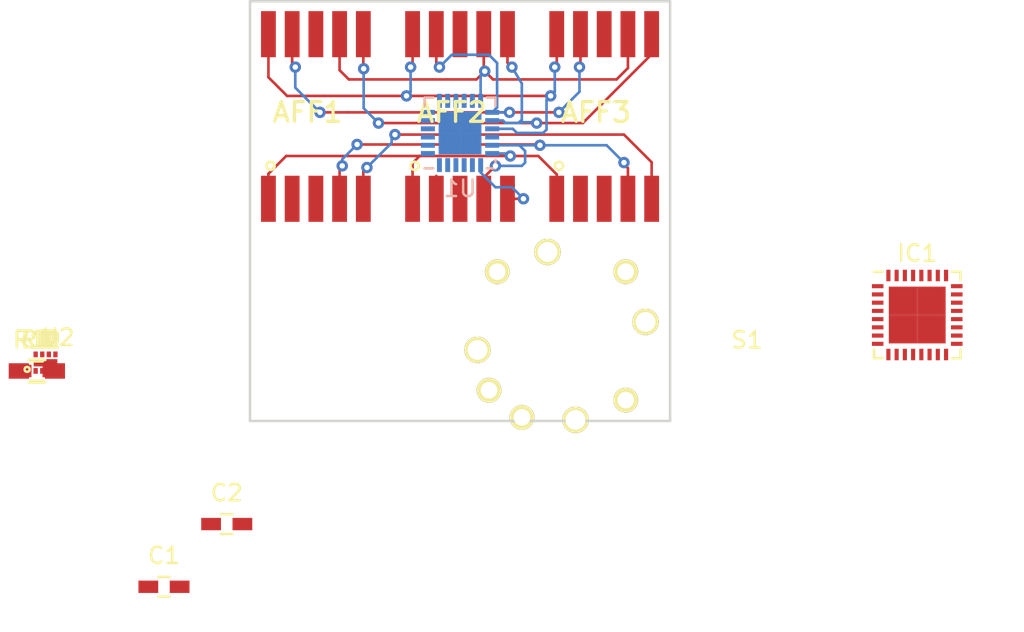
<source format=kicad_pcb>
(kicad_pcb (version 4) (host pcbnew "(2015-10-23 BZR 6276)-product")

  (general
    (links 84)
    (no_connects 43)
    (area 149.924999 79.924999 175.575001 105.575001)
    (thickness 1.6)
    (drawings 4)
    (tracks 142)
    (zones 0)
    (modules 27)
    (nets 27)
  )

  (page A4)
  (layers
    (0 F.Cu signal)
    (31 B.Cu signal)
    (32 B.Adhes user)
    (33 F.Adhes user)
    (34 B.Paste user)
    (35 F.Paste user)
    (36 B.SilkS user)
    (37 F.SilkS user)
    (38 B.Mask user)
    (39 F.Mask user)
    (40 Dwgs.User user)
    (41 Cmts.User user)
    (42 Eco1.User user)
    (43 Eco2.User user)
    (44 Edge.Cuts user)
    (45 Margin user)
    (46 B.CrtYd user)
    (47 F.CrtYd user)
    (48 B.Fab user)
    (49 F.Fab user)
  )

  (setup
    (last_trace_width 0.16)
    (trace_clearance 0.1524)
    (zone_clearance 0.508)
    (zone_45_only no)
    (trace_min 0.1524)
    (segment_width 0.2)
    (edge_width 0.15)
    (via_size 0.69)
    (via_drill 0.331)
    (via_min_size 0.69)
    (via_min_drill 0.331)
    (uvia_size 0.3)
    (uvia_drill 0.1)
    (uvias_allowed no)
    (uvia_min_size 0.2)
    (uvia_min_drill 0.1)
    (pcb_text_width 0.3)
    (pcb_text_size 1.5 1.5)
    (mod_edge_width 0.15)
    (mod_text_size 1 1)
    (mod_text_width 0.15)
    (pad_size 1.524 1.524)
    (pad_drill 0.762)
    (pad_to_mask_clearance 0.2)
    (aux_axis_origin 0 0)
    (visible_elements FFFFFF7F)
    (pcbplotparams
      (layerselection 0x00030_80000001)
      (usegerberextensions false)
      (excludeedgelayer true)
      (linewidth 0.100000)
      (plotframeref false)
      (viasonmask false)
      (mode 1)
      (useauxorigin false)
      (hpglpennumber 1)
      (hpglpenspeed 20)
      (hpglpendiameter 15)
      (hpglpenoverlay 2)
      (psnegative false)
      (psa4output false)
      (plotreference true)
      (plotvalue true)
      (plotinvisibletext false)
      (padsonsilk false)
      (subtractmaskfromsilk false)
      (outputformat 1)
      (mirror false)
      (drillshape 1)
      (scaleselection 1)
      (outputdirectory ""))
  )

  (net 0 "")
  (net 1 /a5)
  (net 2 /a4)
  (net 3 "Net-(AFF1-Pad3)")
  (net 4 /a3)
  (net 5 /a8)
  (net 6 /a7)
  (net 7 /a6)
  (net 8 /a1)
  (net 9 /a2)
  (net 10 "Net-(AFF2-Pad3)")
  (net 11 "Net-(AFF3-Pad3)")
  (net 12 /SW1)
  (net 13 GND)
  (net 14 /ROTA)
  (net 15 VCC)
  (net 16 /ROTB)
  (net 17 "Net-(IC1-Pad8)")
  (net 18 "Net-(IC1-Pad15)")
  (net 19 "Net-(IC1-Pad16)")
  (net 20 "Net-(R2-Pad1)")
  (net 21 "Net-(R4-Pad1)")
  (net 22 "Net-(R6-Pad2)")
  (net 23 "Net-(R10-Pad1)")
  (net 24 "Net-(R11-Pad1)")
  (net 25 "Net-(R12-Pad1)")
  (net 26 "Net-(U2-Pad6)")

  (net_class Default "This is the default net class."
    (clearance 0.1524)
    (trace_width 0.16)
    (via_dia 0.69)
    (via_drill 0.331)
    (uvia_dia 0.3)
    (uvia_drill 0.1)
    (add_net /ROTA)
    (add_net /ROTB)
    (add_net /SW1)
    (add_net /a1)
    (add_net /a2)
    (add_net /a3)
    (add_net /a4)
    (add_net /a5)
    (add_net /a6)
    (add_net /a7)
    (add_net /a8)
    (add_net GND)
    (add_net "Net-(AFF1-Pad3)")
    (add_net "Net-(AFF2-Pad3)")
    (add_net "Net-(AFF3-Pad3)")
    (add_net "Net-(IC1-Pad15)")
    (add_net "Net-(IC1-Pad16)")
    (add_net "Net-(IC1-Pad8)")
    (add_net "Net-(R10-Pad1)")
    (add_net "Net-(R11-Pad1)")
    (add_net "Net-(R12-Pad1)")
    (add_net "Net-(R2-Pad1)")
    (add_net "Net-(R4-Pad1)")
    (add_net "Net-(R6-Pad2)")
    (add_net "Net-(U2-Pad6)")
    (add_net VCC)
  )

  (module footprints:7SEG_3.3x5.08 (layer F.Cu) (tedit 562D2518) (tstamp 562D252F)
    (at 154 87 90)
    (path /562C4700)
    (fp_text reference AFF1 (at 0.25 -0.5 180) (layer F.SilkS)
      (effects (font (size 1.2 1.2) (thickness 0.2)))
    )
    (fp_text value 7SEGMENTS (at 0 -5.03 90) (layer F.SilkS) hide
      (effects (font (size 1.2 1.2) (thickness 0.2)))
    )
    (fp_circle (center -3 -2.75) (end -2.75 -2.75) (layer F.SilkS) (width 0.15))
    (pad 1 smd rect (at -5 -2.88 90) (size 2.8 0.9) (layers F.Cu F.Paste F.Mask)
      (net 1 /a5))
    (pad 2 smd rect (at -5 -1.44 90) (size 2.8 0.9) (layers F.Cu F.Paste F.Mask)
      (net 2 /a4))
    (pad 3 smd rect (at -5 0 90) (size 2.8 0.9) (layers F.Cu F.Paste F.Mask)
      (net 3 "Net-(AFF1-Pad3)"))
    (pad 4 smd rect (at -5 1.44 90) (size 2.8 0.9) (layers F.Cu F.Paste F.Mask)
      (net 4 /a3))
    (pad 5 smd rect (at -5 2.88 90) (size 2.8 0.9) (layers F.Cu F.Paste F.Mask)
      (net 5 /a8))
    (pad 10 smd rect (at 5 -2.88 90) (size 2.8 0.9) (layers F.Cu F.Paste F.Mask)
      (net 6 /a7))
    (pad 9 smd rect (at 5 -1.44 90) (size 2.8 0.9) (layers F.Cu F.Paste F.Mask)
      (net 7 /a6))
    (pad 8 smd rect (at 5 0 90) (size 2.8 0.9) (layers F.Cu F.Paste F.Mask)
      (net 3 "Net-(AFF1-Pad3)"))
    (pad 7 smd rect (at 5 1.44 90) (size 2.8 0.9) (layers F.Cu F.Paste F.Mask)
      (net 8 /a1))
    (pad 6 smd rect (at 5 2.88 90) (size 2.8 0.9) (layers F.Cu F.Paste F.Mask)
      (net 9 /a2))
  )

  (module footprints:7SEG_3.3x5.08 (layer F.Cu) (tedit 562D2529) (tstamp 562D253E)
    (at 162.75 87 90)
    (path /562C4732)
    (fp_text reference AFF2 (at 0.25 -0.5 180) (layer F.SilkS)
      (effects (font (size 1.2 1.2) (thickness 0.2)))
    )
    (fp_text value 7SEGMENTS (at 0 -5.03 90) (layer F.SilkS) hide
      (effects (font (size 1.2 1.2) (thickness 0.2)))
    )
    (fp_circle (center -3 -2.75) (end -2.75 -2.75) (layer F.SilkS) (width 0.15))
    (pad 1 smd rect (at -5 -2.88 90) (size 2.8 0.9) (layers F.Cu F.Paste F.Mask)
      (net 1 /a5))
    (pad 2 smd rect (at -5 -1.44 90) (size 2.8 0.9) (layers F.Cu F.Paste F.Mask)
      (net 2 /a4))
    (pad 3 smd rect (at -5 0 90) (size 2.8 0.9) (layers F.Cu F.Paste F.Mask)
      (net 10 "Net-(AFF2-Pad3)"))
    (pad 4 smd rect (at -5 1.44 90) (size 2.8 0.9) (layers F.Cu F.Paste F.Mask)
      (net 4 /a3))
    (pad 5 smd rect (at -5 2.88 90) (size 2.8 0.9) (layers F.Cu F.Paste F.Mask)
      (net 5 /a8))
    (pad 10 smd rect (at 5 -2.88 90) (size 2.8 0.9) (layers F.Cu F.Paste F.Mask)
      (net 6 /a7))
    (pad 9 smd rect (at 5 -1.44 90) (size 2.8 0.9) (layers F.Cu F.Paste F.Mask)
      (net 7 /a6))
    (pad 8 smd rect (at 5 0 90) (size 2.8 0.9) (layers F.Cu F.Paste F.Mask)
      (net 10 "Net-(AFF2-Pad3)"))
    (pad 7 smd rect (at 5 1.44 90) (size 2.8 0.9) (layers F.Cu F.Paste F.Mask)
      (net 8 /a1))
    (pad 6 smd rect (at 5 2.88 90) (size 2.8 0.9) (layers F.Cu F.Paste F.Mask)
      (net 9 /a2))
  )

  (module footprints:7SEG_3.3x5.08 (layer F.Cu) (tedit 562D2534) (tstamp 562D254D)
    (at 171.5 87 90)
    (path /562C477B)
    (fp_text reference AFF3 (at 0.25 -0.5 180) (layer F.SilkS)
      (effects (font (size 1.2 1.2) (thickness 0.2)))
    )
    (fp_text value 7SEGMENTS (at 0 -5.03 90) (layer F.SilkS) hide
      (effects (font (size 1.2 1.2) (thickness 0.2)))
    )
    (fp_circle (center -3 -2.75) (end -2.75 -2.75) (layer F.SilkS) (width 0.15))
    (pad 1 smd rect (at -5 -2.88 90) (size 2.8 0.9) (layers F.Cu F.Paste F.Mask)
      (net 1 /a5))
    (pad 2 smd rect (at -5 -1.44 90) (size 2.8 0.9) (layers F.Cu F.Paste F.Mask)
      (net 2 /a4))
    (pad 3 smd rect (at -5 0 90) (size 2.8 0.9) (layers F.Cu F.Paste F.Mask)
      (net 11 "Net-(AFF3-Pad3)"))
    (pad 4 smd rect (at -5 1.44 90) (size 2.8 0.9) (layers F.Cu F.Paste F.Mask)
      (net 4 /a3))
    (pad 5 smd rect (at -5 2.88 90) (size 2.8 0.9) (layers F.Cu F.Paste F.Mask)
      (net 5 /a8))
    (pad 10 smd rect (at 5 -2.88 90) (size 2.8 0.9) (layers F.Cu F.Paste F.Mask)
      (net 6 /a7))
    (pad 9 smd rect (at 5 -1.44 90) (size 2.8 0.9) (layers F.Cu F.Paste F.Mask)
      (net 7 /a6))
    (pad 8 smd rect (at 5 0 90) (size 2.8 0.9) (layers F.Cu F.Paste F.Mask)
      (net 11 "Net-(AFF3-Pad3)"))
    (pad 7 smd rect (at 5 1.44 90) (size 2.8 0.9) (layers F.Cu F.Paste F.Mask)
      (net 8 /a1))
    (pad 6 smd rect (at 5 2.88 90) (size 2.8 0.9) (layers F.Cu F.Paste F.Mask)
      (net 9 /a2))
  )

  (module Capacitors_SMD:C_0603_HandSoldering (layer F.Cu) (tedit 541A9B4D) (tstamp 562D2559)
    (at 144.78 115.57)
    (descr "Capacitor SMD 0603, hand soldering")
    (tags "capacitor 0603")
    (path /562CA9C9)
    (attr smd)
    (fp_text reference C1 (at 0 -1.9) (layer F.SilkS)
      (effects (font (size 1 1) (thickness 0.15)))
    )
    (fp_text value 0.01u (at 0 1.9) (layer F.Fab)
      (effects (font (size 1 1) (thickness 0.15)))
    )
    (fp_line (start -1.85 -0.75) (end 1.85 -0.75) (layer F.CrtYd) (width 0.05))
    (fp_line (start -1.85 0.75) (end 1.85 0.75) (layer F.CrtYd) (width 0.05))
    (fp_line (start -1.85 -0.75) (end -1.85 0.75) (layer F.CrtYd) (width 0.05))
    (fp_line (start 1.85 -0.75) (end 1.85 0.75) (layer F.CrtYd) (width 0.05))
    (fp_line (start -0.35 -0.6) (end 0.35 -0.6) (layer F.SilkS) (width 0.15))
    (fp_line (start 0.35 0.6) (end -0.35 0.6) (layer F.SilkS) (width 0.15))
    (pad 1 smd rect (at -0.95 0) (size 1.2 0.75) (layers F.Cu F.Paste F.Mask)
      (net 12 /SW1))
    (pad 2 smd rect (at 0.95 0) (size 1.2 0.75) (layers F.Cu F.Paste F.Mask)
      (net 13 GND))
    (model Capacitors_SMD.3dshapes/C_0603_HandSoldering.wrl
      (at (xyz 0 0 0))
      (scale (xyz 1 1 1))
      (rotate (xyz 0 0 0))
    )
  )

  (module Capacitors_SMD:C_0603_HandSoldering (layer F.Cu) (tedit 541A9B4D) (tstamp 562D2565)
    (at 148.59 111.76)
    (descr "Capacitor SMD 0603, hand soldering")
    (tags "capacitor 0603")
    (path /562CA223)
    (attr smd)
    (fp_text reference C2 (at 0 -1.9) (layer F.SilkS)
      (effects (font (size 1 1) (thickness 0.15)))
    )
    (fp_text value 0.01u (at 0 1.9) (layer F.Fab)
      (effects (font (size 1 1) (thickness 0.15)))
    )
    (fp_line (start -1.85 -0.75) (end 1.85 -0.75) (layer F.CrtYd) (width 0.05))
    (fp_line (start -1.85 0.75) (end 1.85 0.75) (layer F.CrtYd) (width 0.05))
    (fp_line (start -1.85 -0.75) (end -1.85 0.75) (layer F.CrtYd) (width 0.05))
    (fp_line (start 1.85 -0.75) (end 1.85 0.75) (layer F.CrtYd) (width 0.05))
    (fp_line (start -0.35 -0.6) (end 0.35 -0.6) (layer F.SilkS) (width 0.15))
    (fp_line (start 0.35 0.6) (end -0.35 0.6) (layer F.SilkS) (width 0.15))
    (pad 1 smd rect (at -0.95 0) (size 1.2 0.75) (layers F.Cu F.Paste F.Mask)
      (net 14 /ROTA))
    (pad 2 smd rect (at 0.95 0) (size 1.2 0.75) (layers F.Cu F.Paste F.Mask)
      (net 13 GND))
    (model Capacitors_SMD.3dshapes/C_0603_HandSoldering.wrl
      (at (xyz 0 0 0))
      (scale (xyz 1 1 1))
      (rotate (xyz 0 0 0))
    )
  )

  (module Capacitors_SMD:C_0603_HandSoldering (layer F.Cu) (tedit 541A9B4D) (tstamp 562D2571)
    (at 137.0711 102.4636)
    (descr "Capacitor SMD 0603, hand soldering")
    (tags "capacitor 0603")
    (path /562C7A7B)
    (attr smd)
    (fp_text reference C3 (at 0 -1.9) (layer F.SilkS)
      (effects (font (size 1 1) (thickness 0.15)))
    )
    (fp_text value 0.1u (at 0 1.9) (layer F.Fab)
      (effects (font (size 1 1) (thickness 0.15)))
    )
    (fp_line (start -1.85 -0.75) (end 1.85 -0.75) (layer F.CrtYd) (width 0.05))
    (fp_line (start -1.85 0.75) (end 1.85 0.75) (layer F.CrtYd) (width 0.05))
    (fp_line (start -1.85 -0.75) (end -1.85 0.75) (layer F.CrtYd) (width 0.05))
    (fp_line (start 1.85 -0.75) (end 1.85 0.75) (layer F.CrtYd) (width 0.05))
    (fp_line (start -0.35 -0.6) (end 0.35 -0.6) (layer F.SilkS) (width 0.15))
    (fp_line (start 0.35 0.6) (end -0.35 0.6) (layer F.SilkS) (width 0.15))
    (pad 1 smd rect (at -0.95 0) (size 1.2 0.75) (layers F.Cu F.Paste F.Mask)
      (net 15 VCC))
    (pad 2 smd rect (at 0.95 0) (size 1.2 0.75) (layers F.Cu F.Paste F.Mask)
      (net 13 GND))
    (model Capacitors_SMD.3dshapes/C_0603_HandSoldering.wrl
      (at (xyz 0 0 0))
      (scale (xyz 1 1 1))
      (rotate (xyz 0 0 0))
    )
  )

  (module Capacitors_SMD:C_0603_HandSoldering (layer F.Cu) (tedit 541A9B4D) (tstamp 562D257D)
    (at 137.0711 102.4636)
    (descr "Capacitor SMD 0603, hand soldering")
    (tags "capacitor 0603")
    (path /562C7AF8)
    (attr smd)
    (fp_text reference C4 (at 0 -1.9) (layer F.SilkS)
      (effects (font (size 1 1) (thickness 0.15)))
    )
    (fp_text value 10u (at 0 1.9) (layer F.Fab)
      (effects (font (size 1 1) (thickness 0.15)))
    )
    (fp_line (start -1.85 -0.75) (end 1.85 -0.75) (layer F.CrtYd) (width 0.05))
    (fp_line (start -1.85 0.75) (end 1.85 0.75) (layer F.CrtYd) (width 0.05))
    (fp_line (start -1.85 -0.75) (end -1.85 0.75) (layer F.CrtYd) (width 0.05))
    (fp_line (start 1.85 -0.75) (end 1.85 0.75) (layer F.CrtYd) (width 0.05))
    (fp_line (start -0.35 -0.6) (end 0.35 -0.6) (layer F.SilkS) (width 0.15))
    (fp_line (start 0.35 0.6) (end -0.35 0.6) (layer F.SilkS) (width 0.15))
    (pad 1 smd rect (at -0.95 0) (size 1.2 0.75) (layers F.Cu F.Paste F.Mask)
      (net 15 VCC))
    (pad 2 smd rect (at 0.95 0) (size 1.2 0.75) (layers F.Cu F.Paste F.Mask)
      (net 13 GND))
    (model Capacitors_SMD.3dshapes/C_0603_HandSoldering.wrl
      (at (xyz 0 0 0))
      (scale (xyz 1 1 1))
      (rotate (xyz 0 0 0))
    )
  )

  (module Capacitors_SMD:C_0603_HandSoldering (layer F.Cu) (tedit 541A9B4D) (tstamp 562D2589)
    (at 137.0711 102.4636)
    (descr "Capacitor SMD 0603, hand soldering")
    (tags "capacitor 0603")
    (path /562CA266)
    (attr smd)
    (fp_text reference C5 (at 0 -1.9) (layer F.SilkS)
      (effects (font (size 1 1) (thickness 0.15)))
    )
    (fp_text value 0.01u (at 0 1.9) (layer F.Fab)
      (effects (font (size 1 1) (thickness 0.15)))
    )
    (fp_line (start -1.85 -0.75) (end 1.85 -0.75) (layer F.CrtYd) (width 0.05))
    (fp_line (start -1.85 0.75) (end 1.85 0.75) (layer F.CrtYd) (width 0.05))
    (fp_line (start -1.85 -0.75) (end -1.85 0.75) (layer F.CrtYd) (width 0.05))
    (fp_line (start 1.85 -0.75) (end 1.85 0.75) (layer F.CrtYd) (width 0.05))
    (fp_line (start -0.35 -0.6) (end 0.35 -0.6) (layer F.SilkS) (width 0.15))
    (fp_line (start 0.35 0.6) (end -0.35 0.6) (layer F.SilkS) (width 0.15))
    (pad 1 smd rect (at -0.95 0) (size 1.2 0.75) (layers F.Cu F.Paste F.Mask)
      (net 16 /ROTB))
    (pad 2 smd rect (at 0.95 0) (size 1.2 0.75) (layers F.Cu F.Paste F.Mask)
      (net 13 GND))
    (model Capacitors_SMD.3dshapes/C_0603_HandSoldering.wrl
      (at (xyz 0 0 0))
      (scale (xyz 1 1 1))
      (rotate (xyz 0 0 0))
    )
  )

  (module Capacitors_SMD:C_0603_HandSoldering (layer F.Cu) (tedit 541A9B4D) (tstamp 562D2595)
    (at 137.0711 102.4636)
    (descr "Capacitor SMD 0603, hand soldering")
    (tags "capacitor 0603")
    (path /562C671E)
    (attr smd)
    (fp_text reference C6 (at 0 -1.9) (layer F.SilkS)
      (effects (font (size 1 1) (thickness 0.15)))
    )
    (fp_text value 0.1u (at 0 1.9) (layer F.Fab)
      (effects (font (size 1 1) (thickness 0.15)))
    )
    (fp_line (start -1.85 -0.75) (end 1.85 -0.75) (layer F.CrtYd) (width 0.05))
    (fp_line (start -1.85 0.75) (end 1.85 0.75) (layer F.CrtYd) (width 0.05))
    (fp_line (start -1.85 -0.75) (end -1.85 0.75) (layer F.CrtYd) (width 0.05))
    (fp_line (start 1.85 -0.75) (end 1.85 0.75) (layer F.CrtYd) (width 0.05))
    (fp_line (start -0.35 -0.6) (end 0.35 -0.6) (layer F.SilkS) (width 0.15))
    (fp_line (start 0.35 0.6) (end -0.35 0.6) (layer F.SilkS) (width 0.15))
    (pad 1 smd rect (at -0.95 0) (size 1.2 0.75) (layers F.Cu F.Paste F.Mask)
      (net 13 GND))
    (pad 2 smd rect (at 0.95 0) (size 1.2 0.75) (layers F.Cu F.Paste F.Mask)
      (net 15 VCC))
    (model Capacitors_SMD.3dshapes/C_0603_HandSoldering.wrl
      (at (xyz 0 0 0))
      (scale (xyz 1 1 1))
      (rotate (xyz 0 0 0))
    )
  )

  (module Capacitors_SMD:C_0603_HandSoldering (layer F.Cu) (tedit 541A9B4D) (tstamp 562D25A1)
    (at 137.0711 102.4636)
    (descr "Capacitor SMD 0603, hand soldering")
    (tags "capacitor 0603")
    (path /562C677C)
    (attr smd)
    (fp_text reference C7 (at 0 -1.9) (layer F.SilkS)
      (effects (font (size 1 1) (thickness 0.15)))
    )
    (fp_text value 10u (at 0 1.9) (layer F.Fab)
      (effects (font (size 1 1) (thickness 0.15)))
    )
    (fp_line (start -1.85 -0.75) (end 1.85 -0.75) (layer F.CrtYd) (width 0.05))
    (fp_line (start -1.85 0.75) (end 1.85 0.75) (layer F.CrtYd) (width 0.05))
    (fp_line (start -1.85 -0.75) (end -1.85 0.75) (layer F.CrtYd) (width 0.05))
    (fp_line (start 1.85 -0.75) (end 1.85 0.75) (layer F.CrtYd) (width 0.05))
    (fp_line (start -0.35 -0.6) (end 0.35 -0.6) (layer F.SilkS) (width 0.15))
    (fp_line (start 0.35 0.6) (end -0.35 0.6) (layer F.SilkS) (width 0.15))
    (pad 1 smd rect (at -0.95 0) (size 1.2 0.75) (layers F.Cu F.Paste F.Mask)
      (net 13 GND))
    (pad 2 smd rect (at 0.95 0) (size 1.2 0.75) (layers F.Cu F.Paste F.Mask)
      (net 15 VCC))
    (model Capacitors_SMD.3dshapes/C_0603_HandSoldering.wrl
      (at (xyz 0 0 0))
      (scale (xyz 1 1 1))
      (rotate (xyz 0 0 0))
    )
  )

  (module Capacitors_SMD:C_0603_HandSoldering (layer F.Cu) (tedit 541A9B4D) (tstamp 562D25AD)
    (at 137.0711 102.4636)
    (descr "Capacitor SMD 0603, hand soldering")
    (tags "capacitor 0603")
    (path /562CC674)
    (attr smd)
    (fp_text reference C8 (at 0 -1.9) (layer F.SilkS)
      (effects (font (size 1 1) (thickness 0.15)))
    )
    (fp_text value 1u (at 0 1.9) (layer F.Fab)
      (effects (font (size 1 1) (thickness 0.15)))
    )
    (fp_line (start -1.85 -0.75) (end 1.85 -0.75) (layer F.CrtYd) (width 0.05))
    (fp_line (start -1.85 0.75) (end 1.85 0.75) (layer F.CrtYd) (width 0.05))
    (fp_line (start -1.85 -0.75) (end -1.85 0.75) (layer F.CrtYd) (width 0.05))
    (fp_line (start 1.85 -0.75) (end 1.85 0.75) (layer F.CrtYd) (width 0.05))
    (fp_line (start -0.35 -0.6) (end 0.35 -0.6) (layer F.SilkS) (width 0.15))
    (fp_line (start 0.35 0.6) (end -0.35 0.6) (layer F.SilkS) (width 0.15))
    (pad 1 smd rect (at -0.95 0) (size 1.2 0.75) (layers F.Cu F.Paste F.Mask)
      (net 15 VCC))
    (pad 2 smd rect (at 0.95 0) (size 1.2 0.75) (layers F.Cu F.Paste F.Mask)
      (net 13 GND))
    (model Capacitors_SMD.3dshapes/C_0603_HandSoldering.wrl
      (at (xyz 0 0 0))
      (scale (xyz 1 1 1))
      (rotate (xyz 0 0 0))
    )
  )

  (module Housings_DFN_QFN:QFN-32-1EP_5x5mm_Pitch0.5mm (layer F.Cu) (tedit 54130A77) (tstamp 562D25D5)
    (at 190.5 99.06)
    (descr "UH Package; 32-Lead Plastic QFN (5mm x 5mm); (see Linear Technology QFN_32_05-08-1693.pdf)")
    (tags "QFN 0.5")
    (path /562C3FC7)
    (attr smd)
    (fp_text reference IC1 (at 0 -3.75) (layer F.SilkS)
      (effects (font (size 1 1) (thickness 0.15)))
    )
    (fp_text value ATXMEGA8E5-MU (at 0 3.75) (layer F.Fab)
      (effects (font (size 1 1) (thickness 0.15)))
    )
    (fp_line (start -3 -3) (end -3 3) (layer F.CrtYd) (width 0.05))
    (fp_line (start 3 -3) (end 3 3) (layer F.CrtYd) (width 0.05))
    (fp_line (start -3 -3) (end 3 -3) (layer F.CrtYd) (width 0.05))
    (fp_line (start -3 3) (end 3 3) (layer F.CrtYd) (width 0.05))
    (fp_line (start 2.625 -2.625) (end 2.625 -2.1) (layer F.SilkS) (width 0.15))
    (fp_line (start -2.625 2.625) (end -2.625 2.1) (layer F.SilkS) (width 0.15))
    (fp_line (start 2.625 2.625) (end 2.625 2.1) (layer F.SilkS) (width 0.15))
    (fp_line (start -2.625 -2.625) (end -2.1 -2.625) (layer F.SilkS) (width 0.15))
    (fp_line (start -2.625 2.625) (end -2.1 2.625) (layer F.SilkS) (width 0.15))
    (fp_line (start 2.625 2.625) (end 2.1 2.625) (layer F.SilkS) (width 0.15))
    (fp_line (start 2.625 -2.625) (end 2.1 -2.625) (layer F.SilkS) (width 0.15))
    (pad 1 smd rect (at -2.4 -1.75) (size 0.7 0.25) (layers F.Cu F.Paste F.Mask)
      (net 13 GND))
    (pad 2 smd rect (at -2.4 -1.25) (size 0.7 0.25) (layers F.Cu F.Paste F.Mask))
    (pad 3 smd rect (at -2.4 -0.75) (size 0.7 0.25) (layers F.Cu F.Paste F.Mask))
    (pad 4 smd rect (at -2.4 -0.25) (size 0.7 0.25) (layers F.Cu F.Paste F.Mask))
    (pad 5 smd rect (at -2.4 0.25) (size 0.7 0.25) (layers F.Cu F.Paste F.Mask))
    (pad 6 smd rect (at -2.4 0.75) (size 0.7 0.25) (layers F.Cu F.Paste F.Mask))
    (pad 7 smd rect (at -2.4 1.25) (size 0.7 0.25) (layers F.Cu F.Paste F.Mask))
    (pad 8 smd rect (at -2.4 1.75) (size 0.7 0.25) (layers F.Cu F.Paste F.Mask)
      (net 17 "Net-(IC1-Pad8)"))
    (pad 9 smd rect (at -1.75 2.4 90) (size 0.7 0.25) (layers F.Cu F.Paste F.Mask))
    (pad 10 smd rect (at -1.25 2.4 90) (size 0.7 0.25) (layers F.Cu F.Paste F.Mask))
    (pad 11 smd rect (at -0.75 2.4 90) (size 0.7 0.25) (layers F.Cu F.Paste F.Mask))
    (pad 12 smd rect (at -0.25 2.4 90) (size 0.7 0.25) (layers F.Cu F.Paste F.Mask))
    (pad 13 smd rect (at 0.25 2.4 90) (size 0.7 0.25) (layers F.Cu F.Paste F.Mask))
    (pad 14 smd rect (at 0.75 2.4 90) (size 0.7 0.25) (layers F.Cu F.Paste F.Mask))
    (pad 15 smd rect (at 1.25 2.4 90) (size 0.7 0.25) (layers F.Cu F.Paste F.Mask)
      (net 18 "Net-(IC1-Pad15)"))
    (pad 16 smd rect (at 1.75 2.4 90) (size 0.7 0.25) (layers F.Cu F.Paste F.Mask)
      (net 19 "Net-(IC1-Pad16)"))
    (pad 17 smd rect (at 2.4 1.75) (size 0.7 0.25) (layers F.Cu F.Paste F.Mask)
      (net 15 VCC))
    (pad 18 smd rect (at 2.4 1.25) (size 0.7 0.25) (layers F.Cu F.Paste F.Mask)
      (net 13 GND))
    (pad 19 smd rect (at 2.4 0.75) (size 0.7 0.25) (layers F.Cu F.Paste F.Mask))
    (pad 20 smd rect (at 2.4 0.25) (size 0.7 0.25) (layers F.Cu F.Paste F.Mask))
    (pad 21 smd rect (at 2.4 -0.25) (size 0.7 0.25) (layers F.Cu F.Paste F.Mask))
    (pad 22 smd rect (at 2.4 -0.75) (size 0.7 0.25) (layers F.Cu F.Paste F.Mask))
    (pad 23 smd rect (at 2.4 -1.25) (size 0.7 0.25) (layers F.Cu F.Paste F.Mask))
    (pad 24 smd rect (at 2.4 -1.75) (size 0.7 0.25) (layers F.Cu F.Paste F.Mask))
    (pad 25 smd rect (at 1.75 -2.4 90) (size 0.7 0.25) (layers F.Cu F.Paste F.Mask))
    (pad 26 smd rect (at 1.25 -2.4 90) (size 0.7 0.25) (layers F.Cu F.Paste F.Mask)
      (net 12 /SW1))
    (pad 27 smd rect (at 0.75 -2.4 90) (size 0.7 0.25) (layers F.Cu F.Paste F.Mask)
      (net 16 /ROTB))
    (pad 28 smd rect (at 0.25 -2.4 90) (size 0.7 0.25) (layers F.Cu F.Paste F.Mask)
      (net 14 /ROTA))
    (pad 29 smd rect (at -0.25 -2.4 90) (size 0.7 0.25) (layers F.Cu F.Paste F.Mask))
    (pad 30 smd rect (at -0.75 -2.4 90) (size 0.7 0.25) (layers F.Cu F.Paste F.Mask))
    (pad 31 smd rect (at -1.25 -2.4 90) (size 0.7 0.25) (layers F.Cu F.Paste F.Mask))
    (pad 32 smd rect (at -1.75 -2.4 90) (size 0.7 0.25) (layers F.Cu F.Paste F.Mask)
      (net 15 VCC))
    (pad 33 smd rect (at 0.8625 0.8625) (size 1.725 1.725) (layers F.Cu F.Paste F.Mask)
      (solder_paste_margin_ratio -0.2))
    (pad 33 smd rect (at 0.8625 -0.8625) (size 1.725 1.725) (layers F.Cu F.Paste F.Mask)
      (solder_paste_margin_ratio -0.2))
    (pad 33 smd rect (at -0.8625 0.8625) (size 1.725 1.725) (layers F.Cu F.Paste F.Mask)
      (solder_paste_margin_ratio -0.2))
    (pad 33 smd rect (at -0.8625 -0.8625) (size 1.725 1.725) (layers F.Cu F.Paste F.Mask)
      (solder_paste_margin_ratio -0.2))
    (model Housings_DFN_QFN.3dshapes/QFN-32-1EP_5x5mm_Pitch0.5mm.wrl
      (at (xyz 0 0 0))
      (scale (xyz 1 1 1))
      (rotate (xyz 0 0 0))
    )
  )

  (module Resistors_SMD:R_0603_HandSoldering (layer F.Cu) (tedit 5418A00F) (tstamp 562D25DB)
    (at 137.0711 102.4636)
    (descr "Resistor SMD 0603, hand soldering")
    (tags "resistor 0603")
    (path /562C4255)
    (attr smd)
    (fp_text reference R1 (at 0 -1.9) (layer F.SilkS)
      (effects (font (size 1 1) (thickness 0.15)))
    )
    (fp_text value 10k (at 0 1.9) (layer F.Fab)
      (effects (font (size 1 1) (thickness 0.15)))
    )
    (fp_line (start -2 -0.8) (end 2 -0.8) (layer F.CrtYd) (width 0.05))
    (fp_line (start -2 0.8) (end 2 0.8) (layer F.CrtYd) (width 0.05))
    (fp_line (start -2 -0.8) (end -2 0.8) (layer F.CrtYd) (width 0.05))
    (fp_line (start 2 -0.8) (end 2 0.8) (layer F.CrtYd) (width 0.05))
    (fp_line (start 0.5 0.675) (end -0.5 0.675) (layer F.SilkS) (width 0.15))
    (fp_line (start -0.5 -0.675) (end 0.5 -0.675) (layer F.SilkS) (width 0.15))
    (pad 1 smd rect (at -1.1 0) (size 1.2 0.9) (layers F.Cu F.Paste F.Mask)
      (net 15 VCC))
    (pad 2 smd rect (at 1.1 0) (size 1.2 0.9) (layers F.Cu F.Paste F.Mask)
      (net 17 "Net-(IC1-Pad8)"))
    (model Resistors_SMD.3dshapes/R_0603_HandSoldering.wrl
      (at (xyz 0 0 0))
      (scale (xyz 1 1 1))
      (rotate (xyz 0 0 0))
    )
  )

  (module Resistors_SMD:R_0603_HandSoldering (layer F.Cu) (tedit 5418A00F) (tstamp 562D25E1)
    (at 137.0711 102.4636)
    (descr "Resistor SMD 0603, hand soldering")
    (tags "resistor 0603")
    (path /562CA95E)
    (attr smd)
    (fp_text reference R2 (at 0 -1.9) (layer F.SilkS)
      (effects (font (size 1 1) (thickness 0.15)))
    )
    (fp_text value 10k (at 0 1.9) (layer F.Fab)
      (effects (font (size 1 1) (thickness 0.15)))
    )
    (fp_line (start -2 -0.8) (end 2 -0.8) (layer F.CrtYd) (width 0.05))
    (fp_line (start -2 0.8) (end 2 0.8) (layer F.CrtYd) (width 0.05))
    (fp_line (start -2 -0.8) (end -2 0.8) (layer F.CrtYd) (width 0.05))
    (fp_line (start 2 -0.8) (end 2 0.8) (layer F.CrtYd) (width 0.05))
    (fp_line (start 0.5 0.675) (end -0.5 0.675) (layer F.SilkS) (width 0.15))
    (fp_line (start -0.5 -0.675) (end 0.5 -0.675) (layer F.SilkS) (width 0.15))
    (pad 1 smd rect (at -1.1 0) (size 1.2 0.9) (layers F.Cu F.Paste F.Mask)
      (net 20 "Net-(R2-Pad1)"))
    (pad 2 smd rect (at 1.1 0) (size 1.2 0.9) (layers F.Cu F.Paste F.Mask)
      (net 12 /SW1))
    (model Resistors_SMD.3dshapes/R_0603_HandSoldering.wrl
      (at (xyz 0 0 0))
      (scale (xyz 1 1 1))
      (rotate (xyz 0 0 0))
    )
  )

  (module Resistors_SMD:R_0603_HandSoldering (layer F.Cu) (tedit 5418A00F) (tstamp 562D25E7)
    (at 137.0711 102.4636)
    (descr "Resistor SMD 0603, hand soldering")
    (tags "resistor 0603")
    (path /562CA8E1)
    (attr smd)
    (fp_text reference R3 (at 0 -1.9) (layer F.SilkS)
      (effects (font (size 1 1) (thickness 0.15)))
    )
    (fp_text value 10k (at 0 1.9) (layer F.Fab)
      (effects (font (size 1 1) (thickness 0.15)))
    )
    (fp_line (start -2 -0.8) (end 2 -0.8) (layer F.CrtYd) (width 0.05))
    (fp_line (start -2 0.8) (end 2 0.8) (layer F.CrtYd) (width 0.05))
    (fp_line (start -2 -0.8) (end -2 0.8) (layer F.CrtYd) (width 0.05))
    (fp_line (start 2 -0.8) (end 2 0.8) (layer F.CrtYd) (width 0.05))
    (fp_line (start 0.5 0.675) (end -0.5 0.675) (layer F.SilkS) (width 0.15))
    (fp_line (start -0.5 -0.675) (end 0.5 -0.675) (layer F.SilkS) (width 0.15))
    (pad 1 smd rect (at -1.1 0) (size 1.2 0.9) (layers F.Cu F.Paste F.Mask)
      (net 20 "Net-(R2-Pad1)"))
    (pad 2 smd rect (at 1.1 0) (size 1.2 0.9) (layers F.Cu F.Paste F.Mask)
      (net 15 VCC))
    (model Resistors_SMD.3dshapes/R_0603_HandSoldering.wrl
      (at (xyz 0 0 0))
      (scale (xyz 1 1 1))
      (rotate (xyz 0 0 0))
    )
  )

  (module Resistors_SMD:R_0603_HandSoldering (layer F.Cu) (tedit 5418A00F) (tstamp 562D25ED)
    (at 137.0711 102.4636)
    (descr "Resistor SMD 0603, hand soldering")
    (tags "resistor 0603")
    (path /562CA12E)
    (attr smd)
    (fp_text reference R4 (at 0 -1.9) (layer F.SilkS)
      (effects (font (size 1 1) (thickness 0.15)))
    )
    (fp_text value 10k (at 0 1.9) (layer F.Fab)
      (effects (font (size 1 1) (thickness 0.15)))
    )
    (fp_line (start -2 -0.8) (end 2 -0.8) (layer F.CrtYd) (width 0.05))
    (fp_line (start -2 0.8) (end 2 0.8) (layer F.CrtYd) (width 0.05))
    (fp_line (start -2 -0.8) (end -2 0.8) (layer F.CrtYd) (width 0.05))
    (fp_line (start 2 -0.8) (end 2 0.8) (layer F.CrtYd) (width 0.05))
    (fp_line (start 0.5 0.675) (end -0.5 0.675) (layer F.SilkS) (width 0.15))
    (fp_line (start -0.5 -0.675) (end 0.5 -0.675) (layer F.SilkS) (width 0.15))
    (pad 1 smd rect (at -1.1 0) (size 1.2 0.9) (layers F.Cu F.Paste F.Mask)
      (net 21 "Net-(R4-Pad1)"))
    (pad 2 smd rect (at 1.1 0) (size 1.2 0.9) (layers F.Cu F.Paste F.Mask)
      (net 14 /ROTA))
    (model Resistors_SMD.3dshapes/R_0603_HandSoldering.wrl
      (at (xyz 0 0 0))
      (scale (xyz 1 1 1))
      (rotate (xyz 0 0 0))
    )
  )

  (module Resistors_SMD:R_0603_HandSoldering (layer F.Cu) (tedit 5418A00F) (tstamp 562D25F3)
    (at 137.0711 102.4636)
    (descr "Resistor SMD 0603, hand soldering")
    (tags "resistor 0603")
    (path /562CA032)
    (attr smd)
    (fp_text reference R5 (at 0 -1.9) (layer F.SilkS)
      (effects (font (size 1 1) (thickness 0.15)))
    )
    (fp_text value 10k (at 0 1.9) (layer F.Fab)
      (effects (font (size 1 1) (thickness 0.15)))
    )
    (fp_line (start -2 -0.8) (end 2 -0.8) (layer F.CrtYd) (width 0.05))
    (fp_line (start -2 0.8) (end 2 0.8) (layer F.CrtYd) (width 0.05))
    (fp_line (start -2 -0.8) (end -2 0.8) (layer F.CrtYd) (width 0.05))
    (fp_line (start 2 -0.8) (end 2 0.8) (layer F.CrtYd) (width 0.05))
    (fp_line (start 0.5 0.675) (end -0.5 0.675) (layer F.SilkS) (width 0.15))
    (fp_line (start -0.5 -0.675) (end 0.5 -0.675) (layer F.SilkS) (width 0.15))
    (pad 1 smd rect (at -1.1 0) (size 1.2 0.9) (layers F.Cu F.Paste F.Mask)
      (net 21 "Net-(R4-Pad1)"))
    (pad 2 smd rect (at 1.1 0) (size 1.2 0.9) (layers F.Cu F.Paste F.Mask)
      (net 15 VCC))
    (model Resistors_SMD.3dshapes/R_0603_HandSoldering.wrl
      (at (xyz 0 0 0))
      (scale (xyz 1 1 1))
      (rotate (xyz 0 0 0))
    )
  )

  (module Resistors_SMD:R_0603_HandSoldering (layer F.Cu) (tedit 5418A00F) (tstamp 562D25F9)
    (at 137.0711 102.4636)
    (descr "Resistor SMD 0603, hand soldering")
    (tags "resistor 0603")
    (path /562CA08D)
    (attr smd)
    (fp_text reference R6 (at 0 -1.9) (layer F.SilkS)
      (effects (font (size 1 1) (thickness 0.15)))
    )
    (fp_text value 10k (at 0 1.9) (layer F.Fab)
      (effects (font (size 1 1) (thickness 0.15)))
    )
    (fp_line (start -2 -0.8) (end 2 -0.8) (layer F.CrtYd) (width 0.05))
    (fp_line (start -2 0.8) (end 2 0.8) (layer F.CrtYd) (width 0.05))
    (fp_line (start -2 -0.8) (end -2 0.8) (layer F.CrtYd) (width 0.05))
    (fp_line (start 2 -0.8) (end 2 0.8) (layer F.CrtYd) (width 0.05))
    (fp_line (start 0.5 0.675) (end -0.5 0.675) (layer F.SilkS) (width 0.15))
    (fp_line (start -0.5 -0.675) (end 0.5 -0.675) (layer F.SilkS) (width 0.15))
    (pad 1 smd rect (at -1.1 0) (size 1.2 0.9) (layers F.Cu F.Paste F.Mask)
      (net 15 VCC))
    (pad 2 smd rect (at 1.1 0) (size 1.2 0.9) (layers F.Cu F.Paste F.Mask)
      (net 22 "Net-(R6-Pad2)"))
    (model Resistors_SMD.3dshapes/R_0603_HandSoldering.wrl
      (at (xyz 0 0 0))
      (scale (xyz 1 1 1))
      (rotate (xyz 0 0 0))
    )
  )

  (module Resistors_SMD:R_0603_HandSoldering (layer F.Cu) (tedit 5418A00F) (tstamp 562D25FF)
    (at 137.0711 102.4636)
    (descr "Resistor SMD 0603, hand soldering")
    (tags "resistor 0603")
    (path /562CA174)
    (attr smd)
    (fp_text reference R7 (at 0 -1.9) (layer F.SilkS)
      (effects (font (size 1 1) (thickness 0.15)))
    )
    (fp_text value 10k (at 0 1.9) (layer F.Fab)
      (effects (font (size 1 1) (thickness 0.15)))
    )
    (fp_line (start -2 -0.8) (end 2 -0.8) (layer F.CrtYd) (width 0.05))
    (fp_line (start -2 0.8) (end 2 0.8) (layer F.CrtYd) (width 0.05))
    (fp_line (start -2 -0.8) (end -2 0.8) (layer F.CrtYd) (width 0.05))
    (fp_line (start 2 -0.8) (end 2 0.8) (layer F.CrtYd) (width 0.05))
    (fp_line (start 0.5 0.675) (end -0.5 0.675) (layer F.SilkS) (width 0.15))
    (fp_line (start -0.5 -0.675) (end 0.5 -0.675) (layer F.SilkS) (width 0.15))
    (pad 1 smd rect (at -1.1 0) (size 1.2 0.9) (layers F.Cu F.Paste F.Mask)
      (net 16 /ROTB))
    (pad 2 smd rect (at 1.1 0) (size 1.2 0.9) (layers F.Cu F.Paste F.Mask)
      (net 22 "Net-(R6-Pad2)"))
    (model Resistors_SMD.3dshapes/R_0603_HandSoldering.wrl
      (at (xyz 0 0 0))
      (scale (xyz 1 1 1))
      (rotate (xyz 0 0 0))
    )
  )

  (module Resistors_SMD:R_0603_HandSoldering (layer F.Cu) (tedit 5418A00F) (tstamp 562D2605)
    (at 137.0711 102.4636)
    (descr "Resistor SMD 0603, hand soldering")
    (tags "resistor 0603")
    (path /562C8142)
    (attr smd)
    (fp_text reference R8 (at 0 -1.9) (layer F.SilkS)
      (effects (font (size 1 1) (thickness 0.15)))
    )
    (fp_text value 20k (at 0 1.9) (layer F.Fab)
      (effects (font (size 1 1) (thickness 0.15)))
    )
    (fp_line (start -2 -0.8) (end 2 -0.8) (layer F.CrtYd) (width 0.05))
    (fp_line (start -2 0.8) (end 2 0.8) (layer F.CrtYd) (width 0.05))
    (fp_line (start -2 -0.8) (end -2 0.8) (layer F.CrtYd) (width 0.05))
    (fp_line (start 2 -0.8) (end 2 0.8) (layer F.CrtYd) (width 0.05))
    (fp_line (start 0.5 0.675) (end -0.5 0.675) (layer F.SilkS) (width 0.15))
    (fp_line (start -0.5 -0.675) (end 0.5 -0.675) (layer F.SilkS) (width 0.15))
    (pad 1 smd rect (at -1.1 0) (size 1.2 0.9) (layers F.Cu F.Paste F.Mask)
      (net 15 VCC))
    (pad 2 smd rect (at 1.1 0) (size 1.2 0.9) (layers F.Cu F.Paste F.Mask)
      (net 18 "Net-(IC1-Pad15)"))
    (model Resistors_SMD.3dshapes/R_0603_HandSoldering.wrl
      (at (xyz 0 0 0))
      (scale (xyz 1 1 1))
      (rotate (xyz 0 0 0))
    )
  )

  (module Resistors_SMD:R_0603_HandSoldering (layer F.Cu) (tedit 5418A00F) (tstamp 562D260B)
    (at 137.0711 102.4636)
    (descr "Resistor SMD 0603, hand soldering")
    (tags "resistor 0603")
    (path /562C845B)
    (attr smd)
    (fp_text reference R9 (at 0 -1.9) (layer F.SilkS)
      (effects (font (size 1 1) (thickness 0.15)))
    )
    (fp_text value 20k (at 0 1.9) (layer F.Fab)
      (effects (font (size 1 1) (thickness 0.15)))
    )
    (fp_line (start -2 -0.8) (end 2 -0.8) (layer F.CrtYd) (width 0.05))
    (fp_line (start -2 0.8) (end 2 0.8) (layer F.CrtYd) (width 0.05))
    (fp_line (start -2 -0.8) (end -2 0.8) (layer F.CrtYd) (width 0.05))
    (fp_line (start 2 -0.8) (end 2 0.8) (layer F.CrtYd) (width 0.05))
    (fp_line (start 0.5 0.675) (end -0.5 0.675) (layer F.SilkS) (width 0.15))
    (fp_line (start -0.5 -0.675) (end 0.5 -0.675) (layer F.SilkS) (width 0.15))
    (pad 1 smd rect (at -1.1 0) (size 1.2 0.9) (layers F.Cu F.Paste F.Mask)
      (net 15 VCC))
    (pad 2 smd rect (at 1.1 0) (size 1.2 0.9) (layers F.Cu F.Paste F.Mask)
      (net 19 "Net-(IC1-Pad16)"))
    (model Resistors_SMD.3dshapes/R_0603_HandSoldering.wrl
      (at (xyz 0 0 0))
      (scale (xyz 1 1 1))
      (rotate (xyz 0 0 0))
    )
  )

  (module Resistors_SMD:R_0603_HandSoldering (layer F.Cu) (tedit 5418A00F) (tstamp 562D2611)
    (at 137.0711 102.4636)
    (descr "Resistor SMD 0603, hand soldering")
    (tags "resistor 0603")
    (path /562C6D7A)
    (attr smd)
    (fp_text reference R10 (at 0 -1.9) (layer F.SilkS)
      (effects (font (size 1 1) (thickness 0.15)))
    )
    (fp_text value 40k (at 0 1.9) (layer F.Fab)
      (effects (font (size 1 1) (thickness 0.15)))
    )
    (fp_line (start -2 -0.8) (end 2 -0.8) (layer F.CrtYd) (width 0.05))
    (fp_line (start -2 0.8) (end 2 0.8) (layer F.CrtYd) (width 0.05))
    (fp_line (start -2 -0.8) (end -2 0.8) (layer F.CrtYd) (width 0.05))
    (fp_line (start 2 -0.8) (end 2 0.8) (layer F.CrtYd) (width 0.05))
    (fp_line (start 0.5 0.675) (end -0.5 0.675) (layer F.SilkS) (width 0.15))
    (fp_line (start -0.5 -0.675) (end 0.5 -0.675) (layer F.SilkS) (width 0.15))
    (pad 1 smd rect (at -1.1 0) (size 1.2 0.9) (layers F.Cu F.Paste F.Mask)
      (net 23 "Net-(R10-Pad1)"))
    (pad 2 smd rect (at 1.1 0) (size 1.2 0.9) (layers F.Cu F.Paste F.Mask)
      (net 15 VCC))
    (model Resistors_SMD.3dshapes/R_0603_HandSoldering.wrl
      (at (xyz 0 0 0))
      (scale (xyz 1 1 1))
      (rotate (xyz 0 0 0))
    )
  )

  (module Resistors_SMD:R_0603_HandSoldering (layer F.Cu) (tedit 5418A00F) (tstamp 562D2617)
    (at 137.0711 102.4636)
    (descr "Resistor SMD 0603, hand soldering")
    (tags "resistor 0603")
    (path /562C6DB0)
    (attr smd)
    (fp_text reference R11 (at 0 -1.9) (layer F.SilkS)
      (effects (font (size 1 1) (thickness 0.15)))
    )
    (fp_text value 40k (at 0 1.9) (layer F.Fab)
      (effects (font (size 1 1) (thickness 0.15)))
    )
    (fp_line (start -2 -0.8) (end 2 -0.8) (layer F.CrtYd) (width 0.05))
    (fp_line (start -2 0.8) (end 2 0.8) (layer F.CrtYd) (width 0.05))
    (fp_line (start -2 -0.8) (end -2 0.8) (layer F.CrtYd) (width 0.05))
    (fp_line (start 2 -0.8) (end 2 0.8) (layer F.CrtYd) (width 0.05))
    (fp_line (start 0.5 0.675) (end -0.5 0.675) (layer F.SilkS) (width 0.15))
    (fp_line (start -0.5 -0.675) (end 0.5 -0.675) (layer F.SilkS) (width 0.15))
    (pad 1 smd rect (at -1.1 0) (size 1.2 0.9) (layers F.Cu F.Paste F.Mask)
      (net 24 "Net-(R11-Pad1)"))
    (pad 2 smd rect (at 1.1 0) (size 1.2 0.9) (layers F.Cu F.Paste F.Mask)
      (net 15 VCC))
    (model Resistors_SMD.3dshapes/R_0603_HandSoldering.wrl
      (at (xyz 0 0 0))
      (scale (xyz 1 1 1))
      (rotate (xyz 0 0 0))
    )
  )

  (module Resistors_SMD:R_0603_HandSoldering (layer F.Cu) (tedit 5418A00F) (tstamp 562D261D)
    (at 137.0711 102.4636)
    (descr "Resistor SMD 0603, hand soldering")
    (tags "resistor 0603")
    (path /562C6DDB)
    (attr smd)
    (fp_text reference R12 (at 0 -1.9) (layer F.SilkS)
      (effects (font (size 1 1) (thickness 0.15)))
    )
    (fp_text value 40k (at 0 1.9) (layer F.Fab)
      (effects (font (size 1 1) (thickness 0.15)))
    )
    (fp_line (start -2 -0.8) (end 2 -0.8) (layer F.CrtYd) (width 0.05))
    (fp_line (start -2 0.8) (end 2 0.8) (layer F.CrtYd) (width 0.05))
    (fp_line (start -2 -0.8) (end -2 0.8) (layer F.CrtYd) (width 0.05))
    (fp_line (start 2 -0.8) (end 2 0.8) (layer F.CrtYd) (width 0.05))
    (fp_line (start 0.5 0.675) (end -0.5 0.675) (layer F.SilkS) (width 0.15))
    (fp_line (start -0.5 -0.675) (end 0.5 -0.675) (layer F.SilkS) (width 0.15))
    (pad 1 smd rect (at -1.1 0) (size 1.2 0.9) (layers F.Cu F.Paste F.Mask)
      (net 25 "Net-(R12-Pad1)"))
    (pad 2 smd rect (at 1.1 0) (size 1.2 0.9) (layers F.Cu F.Paste F.Mask)
      (net 15 VCC))
    (model Resistors_SMD.3dshapes/R_0603_HandSoldering.wrl
      (at (xyz 0 0 0))
      (scale (xyz 1 1 1))
      (rotate (xyz 0 0 0))
    )
  )

  (module Housings_DFN_QFN:QFN-24-1EP_4x4mm_Pitch0.5mm (layer B.Cu) (tedit 54130A77) (tstamp 562D264F)
    (at 162.75 88)
    (descr "24-Lead Plastic Quad Flat, No Lead Package (MJ) - 4x4x0.9 mm Body [QFN]; (see Microchip Packaging Specification 00000049BS.pdf)")
    (tags "QFN 0.5")
    (path /562C5D0F)
    (attr smd)
    (fp_text reference U1 (at 0 3.375) (layer B.SilkS)
      (effects (font (size 1 1) (thickness 0.15)) (justify mirror))
    )
    (fp_text value AS1117 (at 0 -3.375) (layer B.Fab)
      (effects (font (size 1 1) (thickness 0.15)) (justify mirror))
    )
    (fp_line (start -2.65 2.65) (end -2.65 -2.65) (layer B.CrtYd) (width 0.05))
    (fp_line (start 2.65 2.65) (end 2.65 -2.65) (layer B.CrtYd) (width 0.05))
    (fp_line (start -2.65 2.65) (end 2.65 2.65) (layer B.CrtYd) (width 0.05))
    (fp_line (start -2.65 -2.65) (end 2.65 -2.65) (layer B.CrtYd) (width 0.05))
    (fp_line (start 2.15 2.15) (end 2.15 1.625) (layer B.SilkS) (width 0.15))
    (fp_line (start -2.15 -2.15) (end -2.15 -1.625) (layer B.SilkS) (width 0.15))
    (fp_line (start 2.15 -2.15) (end 2.15 -1.625) (layer B.SilkS) (width 0.15))
    (fp_line (start -2.15 2.15) (end -1.625 2.15) (layer B.SilkS) (width 0.15))
    (fp_line (start -2.15 -2.15) (end -1.625 -2.15) (layer B.SilkS) (width 0.15))
    (fp_line (start 2.15 -2.15) (end 1.625 -2.15) (layer B.SilkS) (width 0.15))
    (fp_line (start 2.15 2.15) (end 1.625 2.15) (layer B.SilkS) (width 0.15))
    (pad 1 smd rect (at -1.95 1.25) (size 0.85 0.3) (layers B.Cu B.Paste B.Mask)
      (net 11 "Net-(AFF3-Pad3)"))
    (pad 2 smd rect (at -1.95 0.75) (size 0.85 0.3) (layers B.Cu B.Paste B.Mask))
    (pad 3 smd rect (at -1.95 0.25) (size 0.85 0.3) (layers B.Cu B.Paste B.Mask)
      (net 13 GND))
    (pad 4 smd rect (at -1.95 -0.25) (size 0.85 0.3) (layers B.Cu B.Paste B.Mask))
    (pad 5 smd rect (at -1.95 -0.75) (size 0.85 0.3) (layers B.Cu B.Paste B.Mask))
    (pad 6 smd rect (at -1.95 -1.25) (size 0.85 0.3) (layers B.Cu B.Paste B.Mask))
    (pad 7 smd rect (at -1.25 -1.95 270) (size 0.85 0.3) (layers B.Cu B.Paste B.Mask))
    (pad 8 smd rect (at -0.75 -1.95 270) (size 0.85 0.3) (layers B.Cu B.Paste B.Mask))
    (pad 9 smd rect (at -0.25 -1.95 270) (size 0.85 0.3) (layers B.Cu B.Paste B.Mask)
      (net 24 "Net-(R11-Pad1)"))
    (pad 10 smd rect (at 0.25 -1.95 270) (size 0.85 0.3) (layers B.Cu B.Paste B.Mask)
      (net 25 "Net-(R12-Pad1)"))
    (pad 11 smd rect (at 0.75 -1.95 270) (size 0.85 0.3) (layers B.Cu B.Paste B.Mask)
      (net 18 "Net-(IC1-Pad15)"))
    (pad 12 smd rect (at 1.25 -1.95 270) (size 0.85 0.3) (layers B.Cu B.Paste B.Mask)
      (net 8 /a1))
    (pad 13 smd rect (at 1.95 -1.25) (size 0.85 0.3) (layers B.Cu B.Paste B.Mask)
      (net 7 /a6))
    (pad 14 smd rect (at 1.95 -0.75) (size 0.85 0.3) (layers B.Cu B.Paste B.Mask)
      (net 9 /a2))
    (pad 15 smd rect (at 1.95 -0.25) (size 0.85 0.3) (layers B.Cu B.Paste B.Mask)
      (net 6 /a7))
    (pad 16 smd rect (at 1.95 0.25) (size 0.85 0.3) (layers B.Cu B.Paste B.Mask)
      (net 15 VCC))
    (pad 17 smd rect (at 1.95 0.75) (size 0.85 0.3) (layers B.Cu B.Paste B.Mask)
      (net 4 /a3))
    (pad 18 smd rect (at 1.95 1.25) (size 0.85 0.3) (layers B.Cu B.Paste B.Mask)
      (net 1 /a5))
    (pad 19 smd rect (at 1.25 1.95 270) (size 0.85 0.3) (layers B.Cu B.Paste B.Mask)
      (net 5 /a8))
    (pad 20 smd rect (at 0.75 1.95 270) (size 0.85 0.3) (layers B.Cu B.Paste B.Mask)
      (net 2 /a4))
    (pad 21 smd rect (at 0.25 1.95 270) (size 0.85 0.3) (layers B.Cu B.Paste B.Mask)
      (net 23 "Net-(R10-Pad1)"))
    (pad 22 smd rect (at -0.25 1.95 270) (size 0.85 0.3) (layers B.Cu B.Paste B.Mask)
      (net 19 "Net-(IC1-Pad16)"))
    (pad 23 smd rect (at -0.75 1.95 270) (size 0.85 0.3) (layers B.Cu B.Paste B.Mask)
      (net 3 "Net-(AFF1-Pad3)"))
    (pad 24 smd rect (at -1.25 1.95 270) (size 0.85 0.3) (layers B.Cu B.Paste B.Mask)
      (net 10 "Net-(AFF2-Pad3)"))
    (pad 25 smd rect (at 0.65 -0.65) (size 1.3 1.3) (layers B.Cu B.Paste B.Mask)
      (solder_paste_margin_ratio -0.2))
    (pad 25 smd rect (at 0.65 0.65) (size 1.3 1.3) (layers B.Cu B.Paste B.Mask)
      (solder_paste_margin_ratio -0.2))
    (pad 25 smd rect (at -0.65 -0.65) (size 1.3 1.3) (layers B.Cu B.Paste B.Mask)
      (solder_paste_margin_ratio -0.2))
    (pad 25 smd rect (at -0.65 0.65) (size 1.3 1.3) (layers B.Cu B.Paste B.Mask)
      (solder_paste_margin_ratio -0.2))
    (model Housings_DFN_QFN.3dshapes/QFN-24-1EP_4x4mm_Pitch0.5mm.wrl
      (at (xyz 0 0 0))
      (scale (xyz 1 1 1))
      (rotate (xyz 0 0 0))
    )
  )

  (module footprints:XDFN8_1.6x1.2 (layer F.Cu) (tedit 562C94D0) (tstamp 562D265D)
    (at 137.0711 102.4636)
    (path /562CC547)
    (solder_mask_margin 0.02)
    (fp_text reference U2 (at 1.28 -2.04) (layer F.SilkS)
      (effects (font (size 1 1) (thickness 0.15)))
    )
    (fp_text value NCP706A (at 1.28 -3.04) (layer F.Fab)
      (effects (font (size 1 1) (thickness 0.15)))
    )
    (fp_circle (center -0.6 -0.1) (end -0.48 -0.01) (layer F.SilkS) (width 0.15))
    (pad 1 smd rect (at -0.08 -0.01) (size 0.26 0.35) (layers F.Cu F.Paste F.Mask)
      (net 15 VCC))
    (pad 2 smd rect (at 0.32 -0.01) (size 0.26 0.35) (layers F.Cu F.Paste F.Mask)
      (net 15 VCC))
    (pad 3 smd rect (at 0.72 -0.01) (size 0.26 0.35) (layers F.Cu F.Paste F.Mask))
    (pad 4 smd rect (at 1.12 -0.01) (size 0.26 0.35) (layers F.Cu F.Paste F.Mask)
      (net 15 VCC))
    (pad 5 smd rect (at 1.12 -1.01) (size 0.26 0.35) (layers F.Cu F.Paste F.Mask)
      (net 13 GND))
    (pad 6 smd rect (at 0.72 -1.01) (size 0.26 0.35) (layers F.Cu F.Paste F.Mask)
      (net 26 "Net-(U2-Pad6)"))
    (pad 7 smd rect (at 0.32 -1.01) (size 0.26 0.35) (layers F.Cu F.Paste F.Mask)
      (net 26 "Net-(U2-Pad6)"))
    (pad 8 smd rect (at -0.08 -1.01) (size 0.26 0.35) (layers F.Cu F.Paste F.Mask)
      (net 26 "Net-(U2-Pad6)"))
    (pad 9 smd rect (at 0.52 -0.5) (size 1.44 0.44) (layers F.Cu F.Paste F.Mask))
  )

  (module footprints:EC09E15244xx (layer F.Cu) (tedit 562D9DEB) (tstamp 562D9CEC)
    (at 168.91 100.33)
    (path /562C9B30)
    (fp_text reference S1 (at 11.25 0.25) (layer F.SilkS)
      (effects (font (size 1 1) (thickness 0.15)))
    )
    (fp_text value ENCODER_SW (at -0.91 -1.33) (layer F.Fab)
      (effects (font (size 1 1) (thickness 0.15)))
    )
    (pad 1 thru_hole circle (at 3.9 3.9) (size 1.5 1.5) (drill 1) (layers *.Cu *.Mask F.SilkS)
      (net 13 GND))
    (pad 2 thru_hole circle (at -4.4 3.3) (size 1.5 1.5) (drill 1) (layers *.Cu *.Mask F.SilkS)
      (net 21 "Net-(R4-Pad1)"))
    (pad 3 thru_hole circle (at 3.9 -3.9) (size 1.5 1.5) (drill 1) (layers *.Cu *.Mask F.SilkS)
      (net 22 "Net-(R6-Pad2)"))
    (pad 4 thru_hole circle (at -2.4 4.95) (size 1.5 1.5) (drill 1) (layers *.Cu *.Mask F.SilkS)
      (net 13 GND))
    (pad 5 thru_hole circle (at -3.9 -3.9) (size 1.5 1.5) (drill 1) (layers *.Cu *.Mask F.SilkS)
      (net 20 "Net-(R2-Pad1)"))
    (pad "" np_thru_hole circle (at 0.85 5.1) (size 1.6 1.6) (drill 1.2) (layers *.Cu *.Mask F.SilkS))
    (pad "" np_thru_hole circle (at -0.85 -5.1) (size 1.6 1.6) (drill 1.2) (layers *.Cu *.Mask F.SilkS))
    (pad "" np_thru_hole circle (at -5.1 0.85) (size 1.6 1.6) (drill 1.2) (layers *.Cu *.Mask F.SilkS))
    (pad "" np_thru_hole circle (at 5.1 -0.85) (size 1.6 1.6) (drill 1.2) (layers *.Cu *.Mask F.SilkS))
  )

  (gr_line (start 150 80) (end 150 105.5) (angle 90) (layer Edge.Cuts) (width 0.15))
  (gr_line (start 150 105.5) (end 175.5 105.5) (angle 90) (layer Edge.Cuts) (width 0.15))
  (gr_line (start 175.5 80) (end 175.5 105.5) (angle 90) (layer Edge.Cuts) (width 0.15))
  (gr_line (start 150 80) (end 175.5 80) (angle 90) (layer Edge.Cuts) (width 0.15))

  (segment (start 151.12 92) (end 151.12 90.48) (width 0.16) (layer F.Cu) (net 1) (status 400000))
  (segment (start 152.2 89.4) (end 160.3 89.4) (width 0.16) (layer F.Cu) (net 1) (tstamp 562DAF21))
  (segment (start 151.12 90.48) (end 152.2 89.4) (width 0.16) (layer F.Cu) (net 1) (tstamp 562DAF1B))
  (segment (start 168.62 92) (end 168.62 90.52) (width 0.16) (layer F.Cu) (net 1) (status 400000))
  (segment (start 167.5 89.4) (end 165.8 89.4) (width 0.16) (layer F.Cu) (net 1) (tstamp 562DAED5))
  (segment (start 168.62 90.52) (end 167.5 89.4) (width 0.16) (layer F.Cu) (net 1) (tstamp 562DAECD))
  (segment (start 159.87 92) (end 159.87 89.83) (width 0.16) (layer F.Cu) (net 1) (status 400000))
  (segment (start 165.65 89.25) (end 164.7 89.25) (width 0.16) (layer B.Cu) (net 1) (tstamp 562DAE7B) (status 800000))
  (segment (start 165.8 89.4) (end 165.65 89.25) (width 0.16) (layer B.Cu) (net 1) (tstamp 562DAE7A))
  (via (at 165.8 89.4) (size 0.69) (drill 0.331) (layers F.Cu B.Cu) (net 1))
  (segment (start 160.3 89.4) (end 165.8 89.4) (width 0.16) (layer F.Cu) (net 1) (tstamp 562DAE67))
  (segment (start 159.87 89.83) (end 160.3 89.4) (width 0.16) (layer F.Cu) (net 1) (tstamp 562DAE61))
  (segment (start 161.31 92) (end 161.31 90.61) (width 0.16) (layer F.Cu) (net 2) (status C00000))
  (via (at 167.6 88.75) (size 0.69) (drill 0.331) (layers F.Cu B.Cu) (net 4))
  (segment (start 155.44 92) (end 155.44 90.16) (width 0.16) (layer F.Cu) (net 4) (tstamp 562DB172) (status 400000))
  (segment (start 155.6 90) (end 155.44 90.16) (width 0.16) (layer F.Cu) (net 4) (tstamp 562DB171))
  (via (at 155.6 90) (size 0.69) (drill 0.331) (layers F.Cu B.Cu) (net 4))
  (segment (start 155.6 89.6) (end 155.6 90) (width 0.16) (layer B.Cu) (net 4) (tstamp 562DB16E))
  (segment (start 156.5 88.7) (end 155.6 89.6) (width 0.16) (layer B.Cu) (net 4) (tstamp 562DB16D))
  (via (at 156.5 88.7) (size 0.69) (drill 0.331) (layers F.Cu B.Cu) (net 4))
  (segment (start 167.55 88.7) (end 156.5 88.7) (width 0.16) (layer F.Cu) (net 4) (tstamp 562DB14E))
  (segment (start 167.55 88.7) (end 167.6 88.75) (width 0.16) (layer F.Cu) (net 4) (tstamp 562DB14D))
  (segment (start 172.94 92) (end 172.94 90.14) (width 0.16) (layer F.Cu) (net 4) (status 400000))
  (segment (start 171.65 88.75) (end 167.6 88.75) (width 0.16) (layer B.Cu) (net 4) (tstamp 562DB130))
  (segment (start 167.6 88.75) (end 166.35 88.75) (width 0.16) (layer B.Cu) (net 4) (tstamp 562DB14A))
  (segment (start 172.7 89.8) (end 171.65 88.75) (width 0.16) (layer B.Cu) (net 4) (tstamp 562DB12F))
  (via (at 172.7 89.8) (size 0.69) (drill 0.331) (layers F.Cu B.Cu) (net 4))
  (segment (start 172.7 89.9) (end 172.7 89.8) (width 0.16) (layer F.Cu) (net 4) (tstamp 562DB121))
  (segment (start 172.94 90.14) (end 172.7 89.9) (width 0.16) (layer F.Cu) (net 4) (tstamp 562DB113))
  (segment (start 164.19 92) (end 164.19 90.71) (width 0.16) (layer F.Cu) (net 4) (status C00000))
  (segment (start 164.19 90.71) (end 164.9 90) (width 0.16) (layer F.Cu) (net 4) (tstamp 562DB0DD) (status 400000))
  (via (at 164.9 90) (size 0.69) (drill 0.331) (layers F.Cu B.Cu) (net 4))
  (segment (start 164.9 90) (end 166.5 90) (width 0.16) (layer B.Cu) (net 4) (tstamp 562DB0E3))
  (segment (start 166.5 90) (end 166.7 89.8) (width 0.16) (layer B.Cu) (net 4) (tstamp 562DB0E4))
  (segment (start 166.7 89.8) (end 166.7 89.1) (width 0.16) (layer B.Cu) (net 4) (tstamp 562DB0E7))
  (segment (start 166.7 89.1) (end 166.35 88.75) (width 0.16) (layer B.Cu) (net 4) (tstamp 562DB0ED))
  (segment (start 166.35 88.75) (end 164.7 88.75) (width 0.16) (layer B.Cu) (net 4) (tstamp 562DB0F4) (status 800000))
  (segment (start 156.88 92) (end 156.88 90.32) (width 0.16) (layer F.Cu) (net 5) (status 400000))
  (segment (start 174.38 89.78) (end 174.38 92) (width 0.16) (layer F.Cu) (net 5) (tstamp 562DB242) (status 800000))
  (segment (start 172.7 88.1) (end 174.38 89.78) (width 0.16) (layer F.Cu) (net 5) (tstamp 562DB237))
  (segment (start 158.8 88.1) (end 172.7 88.1) (width 0.16) (layer F.Cu) (net 5) (tstamp 562DB236))
  (via (at 158.8 88.1) (size 0.69) (drill 0.331) (layers F.Cu B.Cu) (net 5))
  (segment (start 158.6 88.3) (end 158.8 88.1) (width 0.16) (layer B.Cu) (net 5) (tstamp 562DB232))
  (segment (start 158.6 88.6) (end 158.6 88.3) (width 0.16) (layer B.Cu) (net 5) (tstamp 562DB20F))
  (segment (start 157.1 90.1) (end 158.6 88.6) (width 0.16) (layer B.Cu) (net 5) (tstamp 562DB20E))
  (via (at 157.1 90.1) (size 0.69) (drill 0.331) (layers F.Cu B.Cu) (net 5))
  (segment (start 156.88 90.32) (end 157.1 90.1) (width 0.16) (layer F.Cu) (net 5) (tstamp 562DB209))
  (segment (start 165.63 92) (end 166.6 92) (width 0.16) (layer F.Cu) (net 5) (status 400000))
  (segment (start 164 90.4) (end 164 89.95) (width 0.16) (layer B.Cu) (net 5) (tstamp 562DB1BD) (status 800000))
  (segment (start 164.9 91.3) (end 164 90.4) (width 0.16) (layer B.Cu) (net 5) (tstamp 562DB1B9))
  (segment (start 165.9 91.3) (end 164.9 91.3) (width 0.16) (layer B.Cu) (net 5) (tstamp 562DB1AE))
  (segment (start 166.6 92) (end 165.9 91.3) (width 0.16) (layer B.Cu) (net 5) (tstamp 562DB1AD))
  (via (at 166.6 92) (size 0.69) (drill 0.331) (layers F.Cu B.Cu) (net 5))
  (segment (start 168.25 85.75) (end 168 86) (width 0.16) (layer B.Cu) (net 6))
  (segment (start 168 86) (end 168 87.8) (width 0.16) (layer B.Cu) (net 6) (tstamp 562DAC17))
  (segment (start 165.95 87.75) (end 164.7 87.75) (width 0.16) (layer B.Cu) (net 6) (tstamp 562DAC34))
  (segment (start 166.2 88) (end 165.95 87.75) (width 0.16) (layer B.Cu) (net 6) (tstamp 562DAC30))
  (segment (start 167.8 88) (end 166.2 88) (width 0.16) (layer B.Cu) (net 6) (tstamp 562DAC2A))
  (segment (start 168 87.8) (end 167.8 88) (width 0.16) (layer B.Cu) (net 6) (tstamp 562DAC25))
  (via (at 159.5 85.75) (size 0.69) (drill 0.331) (layers F.Cu B.Cu) (net 6))
  (segment (start 159.87 82) (end 159.87 83.88) (width 0.16) (layer F.Cu) (net 6) (tstamp 562DA864))
  (segment (start 159.75 84) (end 159.87 83.88) (width 0.16) (layer F.Cu) (net 6) (tstamp 562DA863))
  (via (at 159.75 84) (size 0.69) (drill 0.331) (layers F.Cu B.Cu) (net 6))
  (segment (start 159.75 85.5) (end 159.75 84) (width 0.16) (layer B.Cu) (net 6) (tstamp 562DA85E))
  (segment (start 159.75 85.5) (end 159.5 85.75) (width 0.16) (layer B.Cu) (net 6) (tstamp 562DA85D))
  (segment (start 154.5 85.75) (end 152.25 85.75) (width 0.16) (layer F.Cu) (net 6))
  (segment (start 168.25 85.75) (end 159.5 85.75) (width 0.16) (layer F.Cu) (net 6) (tstamp 562DA7D3))
  (segment (start 159.5 85.75) (end 154.5 85.75) (width 0.16) (layer F.Cu) (net 6) (tstamp 562DA85A))
  (via (at 168.25 85.75) (size 0.69) (drill 0.331) (layers F.Cu B.Cu) (net 6))
  (segment (start 151.12 84.62) (end 151.12 82) (width 0.16) (layer F.Cu) (net 6) (tstamp 562DA847))
  (segment (start 152.25 85.75) (end 151.12 84.62) (width 0.16) (layer F.Cu) (net 6) (tstamp 562DA846))
  (segment (start 168.62 83.88) (end 168.62 82) (width 0.16) (layer F.Cu) (net 6) (tstamp 562DA7BB))
  (segment (start 168.5 84) (end 168.62 83.88) (width 0.16) (layer F.Cu) (net 6) (tstamp 562DA7BA))
  (via (at 168.5 84) (size 0.69) (drill 0.331) (layers F.Cu B.Cu) (net 6))
  (segment (start 168.5 85.5) (end 168.5 84) (width 0.16) (layer B.Cu) (net 6) (tstamp 562DA7B3))
  (segment (start 168.25 85.75) (end 168.5 85.5) (width 0.16) (layer B.Cu) (net 6) (tstamp 562DA7D0))
  (segment (start 152.56 82) (end 152.56 83.81) (width 0.16) (layer F.Cu) (net 7))
  (via (at 154.25 86.75) (size 0.69) (drill 0.331) (layers F.Cu B.Cu) (net 7))
  (segment (start 152.75 85.25) (end 154.25 86.75) (width 0.16) (layer B.Cu) (net 7) (tstamp 562DA80F))
  (segment (start 152.75 84) (end 152.75 85.25) (width 0.16) (layer B.Cu) (net 7) (tstamp 562DA80E))
  (via (at 152.75 84) (size 0.69) (drill 0.331) (layers F.Cu B.Cu) (net 7))
  (segment (start 152.56 83.81) (end 152.75 84) (width 0.16) (layer F.Cu) (net 7) (tstamp 562DA800))
  (via (at 165.75 86.75) (size 0.69) (drill 0.331) (layers F.Cu B.Cu) (net 7))
  (segment (start 165.75 86.75) (end 164.7 86.75) (width 0.16) (layer B.Cu) (net 7) (tstamp 562DA6FB))
  (segment (start 170.06 82) (end 170.06 83.94) (width 0.16) (layer F.Cu) (net 7))
  (segment (start 156 86.75) (end 154.25 86.75) (width 0.16) (layer F.Cu) (net 7) (tstamp 562DA513))
  (segment (start 157 86.75) (end 156 86.75) (width 0.16) (layer F.Cu) (net 7) (tstamp 562DA505))
  (segment (start 168.75 86.75) (end 165.75 86.75) (width 0.16) (layer F.Cu) (net 7) (tstamp 562DA504))
  (segment (start 165.75 86.75) (end 157 86.75) (width 0.16) (layer F.Cu) (net 7) (tstamp 562DA6F8))
  (via (at 168.75 86.75) (size 0.69) (drill 0.331) (layers F.Cu B.Cu) (net 7))
  (segment (start 170 85.5) (end 168.75 86.75) (width 0.16) (layer B.Cu) (net 7) (tstamp 562DA4DB))
  (segment (start 170 84) (end 170 85.5) (width 0.16) (layer B.Cu) (net 7) (tstamp 562DA4DA))
  (via (at 170 84) (size 0.69) (drill 0.331) (layers F.Cu B.Cu) (net 7))
  (segment (start 170.06 83.94) (end 170 84) (width 0.16) (layer F.Cu) (net 7) (tstamp 562DA4D4))
  (segment (start 161.31 82) (end 161.31 83.81) (width 0.16) (layer F.Cu) (net 7))
  (segment (start 165 86.45) (end 164.7 86.75) (width 0.16) (layer B.Cu) (net 7) (tstamp 562DA49B))
  (segment (start 165 83.75) (end 165 86.45) (width 0.16) (layer B.Cu) (net 7) (tstamp 562DA495))
  (segment (start 164.5 83.25) (end 165 83.75) (width 0.16) (layer B.Cu) (net 7) (tstamp 562DA492))
  (segment (start 162.25 83.25) (end 164.5 83.25) (width 0.16) (layer B.Cu) (net 7) (tstamp 562DA481))
  (segment (start 161.5 84) (end 162.25 83.25) (width 0.16) (layer B.Cu) (net 7) (tstamp 562DA480))
  (via (at 161.5 84) (size 0.69) (drill 0.331) (layers F.Cu B.Cu) (net 7))
  (segment (start 161.31 83.81) (end 161.5 84) (width 0.16) (layer F.Cu) (net 7) (tstamp 562DA471))
  (segment (start 164.25 84.25) (end 164.75 84.75) (width 0.16) (layer F.Cu) (net 8))
  (segment (start 172.94 84.06) (end 172.94 82) (width 0.16) (layer F.Cu) (net 8) (tstamp 562DA3F6))
  (segment (start 172.25 84.75) (end 172.94 84.06) (width 0.16) (layer F.Cu) (net 8) (tstamp 562DA3ED))
  (segment (start 164.75 84.75) (end 172.25 84.75) (width 0.16) (layer F.Cu) (net 8) (tstamp 562DA3E8))
  (segment (start 155.44 82) (end 155.44 84.19) (width 0.16) (layer F.Cu) (net 8))
  (segment (start 163.75 84.75) (end 164.25 84.25) (width 0.16) (layer F.Cu) (net 8) (tstamp 562DA3DF))
  (segment (start 156 84.75) (end 163.75 84.75) (width 0.16) (layer F.Cu) (net 8) (tstamp 562DA3D7))
  (segment (start 155.44 84.19) (end 156 84.75) (width 0.16) (layer F.Cu) (net 8) (tstamp 562DA3CF))
  (segment (start 164.19 82) (end 164.19 84.19) (width 0.16) (layer F.Cu) (net 8))
  (segment (start 164 84.5) (end 164 86.05) (width 0.16) (layer B.Cu) (net 8) (tstamp 562DA33E))
  (segment (start 164.25 84.25) (end 164 84.5) (width 0.16) (layer B.Cu) (net 8) (tstamp 562DA33D))
  (via (at 164.25 84.25) (size 0.69) (drill 0.331) (layers F.Cu B.Cu) (net 8))
  (segment (start 164.19 84.19) (end 164.25 84.25) (width 0.16) (layer F.Cu) (net 8) (tstamp 562DA317))
  (segment (start 167.4 87.4) (end 157.8 87.4) (width 0.16) (layer F.Cu) (net 9))
  (segment (start 156.88 84.08) (end 156.88 82) (width 0.16) (layer F.Cu) (net 9) (tstamp 562DADB8) (status 800000))
  (segment (start 156.9 84.1) (end 156.88 84.08) (width 0.16) (layer F.Cu) (net 9) (tstamp 562DADB7))
  (via (at 156.9 84.1) (size 0.69) (drill 0.331) (layers F.Cu B.Cu) (net 9))
  (segment (start 156.9 86.5) (end 156.9 84.1) (width 0.16) (layer B.Cu) (net 9) (tstamp 562DADB0))
  (segment (start 157.8 87.4) (end 156.9 86.5) (width 0.16) (layer B.Cu) (net 9) (tstamp 562DADAF))
  (via (at 157.8 87.4) (size 0.69) (drill 0.331) (layers F.Cu B.Cu) (net 9))
  (segment (start 174.38 82) (end 174.38 83.22) (width 0.16) (layer F.Cu) (net 9) (status C00000))
  (segment (start 174.38 83.22) (end 170.2 87.4) (width 0.16) (layer F.Cu) (net 9) (tstamp 562DAD5B) (status 400000))
  (segment (start 170.2 87.4) (end 167.4 87.4) (width 0.16) (layer F.Cu) (net 9) (tstamp 562DAD6E))
  (via (at 167.4 87.4) (size 0.69) (drill 0.331) (layers F.Cu B.Cu) (net 9))
  (segment (start 167.4 87.4) (end 167.35 87.35) (width 0.16) (layer B.Cu) (net 9) (tstamp 562DAD75))
  (segment (start 167.35 87.35) (end 166.35 87.35) (width 0.16) (layer B.Cu) (net 9) (tstamp 562DAD76))
  (segment (start 166.35 87.35) (end 166.4 87.4) (width 0.16) (layer B.Cu) (net 9) (tstamp 562DAD78))
  (segment (start 166.4 87.4) (end 166.4 87.3) (width 0.16) (layer B.Cu) (net 9) (tstamp 562DAD7B))
  (segment (start 166.5 87.2) (end 166.4 87.3) (width 0.16) (layer B.Cu) (net 9))
  (segment (start 166.4 87.3) (end 166.3 87.4) (width 0.16) (layer B.Cu) (net 9) (tstamp 562DAD7C))
  (segment (start 166.3 87.4) (end 165.5 87.4) (width 0.16) (layer B.Cu) (net 9) (tstamp 562DACF5))
  (segment (start 165.5 87.4) (end 165.35 87.25) (width 0.16) (layer B.Cu) (net 9) (tstamp 562DACFA))
  (segment (start 165.35 87.25) (end 164.7 87.25) (width 0.16) (layer B.Cu) (net 9) (tstamp 562DAD02) (status 800000))
  (segment (start 165.63 82) (end 165.63 83.73) (width 0.16) (layer F.Cu) (net 9))
  (segment (start 165.35 87.25) (end 164.7 87.25) (width 0.16) (layer B.Cu) (net 9) (tstamp 562DACB1))
  (segment (start 165.5 87.4) (end 165.35 87.25) (width 0.16) (layer B.Cu) (net 9) (tstamp 562DACAE))
  (segment (start 166.5 85) (end 166.5 87.2) (width 0.16) (layer B.Cu) (net 9) (tstamp 562DAC94))
  (segment (start 165.9 84) (end 166.5 85) (width 0.16) (layer B.Cu) (net 9) (tstamp 562DAC93))
  (via (at 165.9 84) (size 0.69) (drill 0.331) (layers F.Cu B.Cu) (net 9))
  (segment (start 165.63 83.73) (end 165.9 84) (width 0.16) (layer F.Cu) (net 9) (tstamp 562DAC8F))

)

</source>
